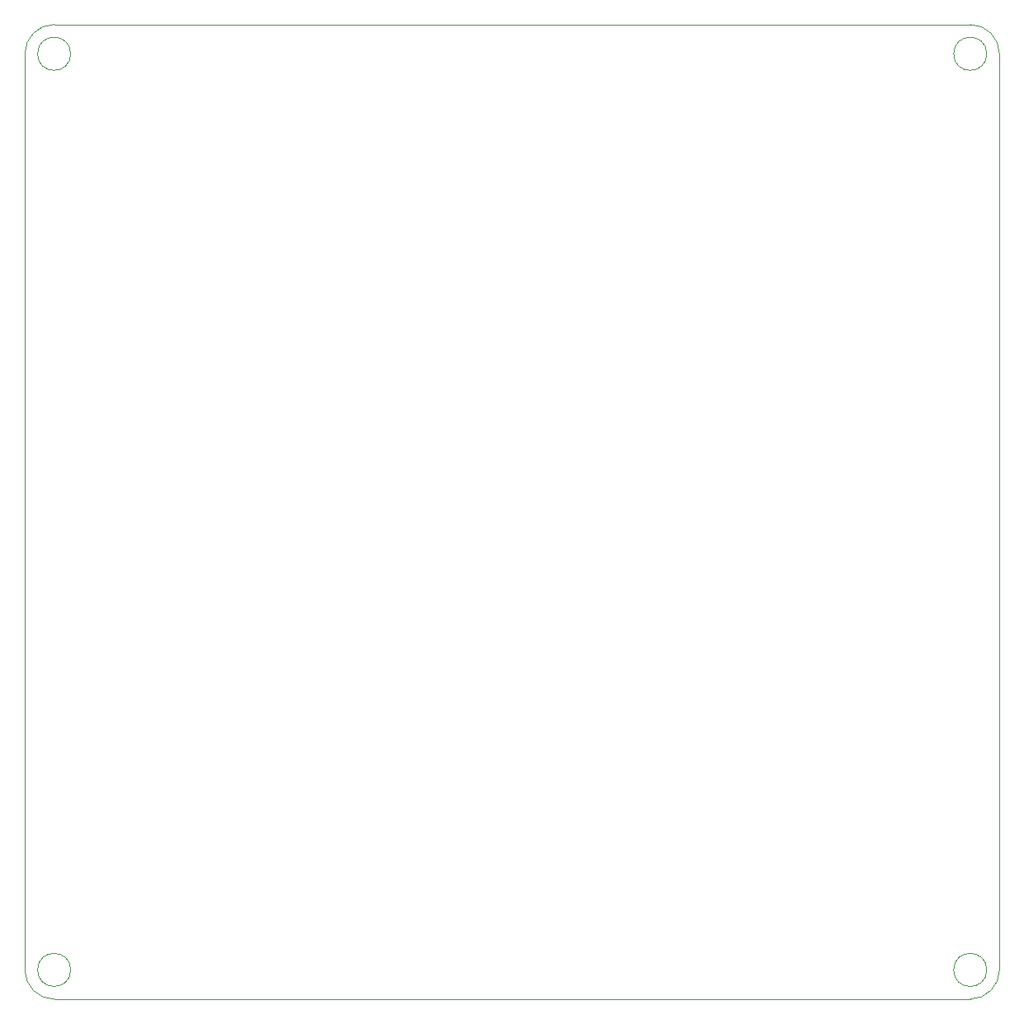
<source format=gbr>
G04 #@! TF.GenerationSoftware,KiCad,Pcbnew,(5.1.2)-2*
G04 #@! TF.CreationDate,2019-12-17T20:00:21-05:00*
G04 #@! TF.ProjectId,digiobscura_mcu,64696769-6f62-4736-9375-72615f6d6375,0.1a*
G04 #@! TF.SameCoordinates,Original*
G04 #@! TF.FileFunction,Profile,NP*
%FSLAX46Y46*%
G04 Gerber Fmt 4.6, Leading zero omitted, Abs format (unit mm)*
G04 Created by KiCad (PCBNEW (5.1.2)-2) date 2019-12-17 20:00:21*
%MOMM*%
%LPD*%
G04 APERTURE LIST*
%ADD10C,0.100000*%
G04 APERTURE END LIST*
D10*
X198700000Y-103000000D02*
G75*
G03X198700000Y-103000000I-1700000J0D01*
G01*
X198700000Y-197000000D02*
G75*
G03X198700000Y-197000000I-1700000J0D01*
G01*
X104700000Y-103000000D02*
G75*
G03X104700000Y-103000000I-1700000J0D01*
G01*
X100000000Y-103000000D02*
G75*
G02X103000000Y-100000000I3000000J0D01*
G01*
X100000000Y-197000000D02*
X100000000Y-103000000D01*
X197000000Y-100000000D02*
X103000000Y-100000000D01*
X197000000Y-100000000D02*
G75*
G02X200000000Y-103000000I0J-3000000D01*
G01*
X200000000Y-197000000D02*
X200000000Y-103000000D01*
X200000000Y-197000000D02*
G75*
G02X197000000Y-200000000I-3000000J0D01*
G01*
X103000000Y-200000000D02*
X197000000Y-200000000D01*
X103000000Y-200000000D02*
G75*
G02X100000000Y-197000000I0J3000000D01*
G01*
X104700000Y-197000000D02*
G75*
G03X104700000Y-197000000I-1700000J0D01*
G01*
M02*

</source>
